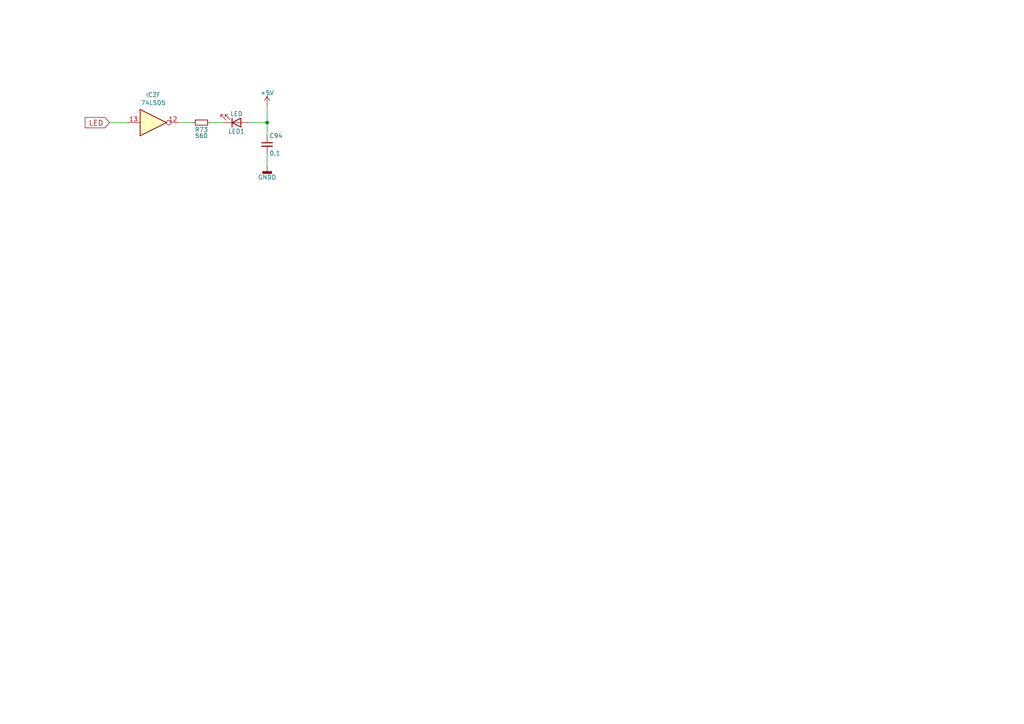
<source format=kicad_sch>
(kicad_sch (version 20211123) (generator eeschema)

  (uuid a3c7a0be-f018-44c9-b3c2-73fbc0d13b4a)

  (paper "A4")

  (title_block
    (title "LAPC-I Clone")
  )

  (lib_symbols
    (symbol "74xx:74LS05" (pin_names (offset 1.016)) (in_bom yes) (on_board yes)
      (property "Reference" "U" (id 0) (at 0 1.27 0)
        (effects (font (size 1.27 1.27)))
      )
      (property "Value" "74LS05" (id 1) (at 0 -1.27 0)
        (effects (font (size 1.27 1.27)))
      )
      (property "Footprint" "" (id 2) (at 0 0 0)
        (effects (font (size 1.27 1.27)) hide)
      )
      (property "Datasheet" "http://www.ti.com/lit/gpn/sn74LS05" (id 3) (at 0 0 0)
        (effects (font (size 1.27 1.27)) hide)
      )
      (property "ki_locked" "" (id 4) (at 0 0 0)
        (effects (font (size 1.27 1.27)))
      )
      (property "ki_keywords" "TTL not inv OpenCol" (id 5) (at 0 0 0)
        (effects (font (size 1.27 1.27)) hide)
      )
      (property "ki_description" "Inverter Open Collect" (id 6) (at 0 0 0)
        (effects (font (size 1.27 1.27)) hide)
      )
      (property "ki_fp_filters" "DIP*W7.62mm*" (id 7) (at 0 0 0)
        (effects (font (size 1.27 1.27)) hide)
      )
      (symbol "74LS05_1_0"
        (polyline
          (pts
            (xy -3.81 3.81)
            (xy -3.81 -3.81)
            (xy 3.81 0)
            (xy -3.81 3.81)
          )
          (stroke (width 0.254) (type default) (color 0 0 0 0))
          (fill (type background))
        )
        (pin input line (at -7.62 0 0) (length 3.81)
          (name "~" (effects (font (size 1.27 1.27))))
          (number "1" (effects (font (size 1.27 1.27))))
        )
        (pin open_collector inverted (at 7.62 0 180) (length 3.81)
          (name "~" (effects (font (size 1.27 1.27))))
          (number "2" (effects (font (size 1.27 1.27))))
        )
      )
      (symbol "74LS05_2_0"
        (polyline
          (pts
            (xy -3.81 3.81)
            (xy -3.81 -3.81)
            (xy 3.81 0)
            (xy -3.81 3.81)
          )
          (stroke (width 0.254) (type default) (color 0 0 0 0))
          (fill (type background))
        )
        (pin input line (at -7.62 0 0) (length 3.81)
          (name "~" (effects (font (size 1.27 1.27))))
          (number "3" (effects (font (size 1.27 1.27))))
        )
        (pin open_collector inverted (at 7.62 0 180) (length 3.81)
          (name "~" (effects (font (size 1.27 1.27))))
          (number "4" (effects (font (size 1.27 1.27))))
        )
      )
      (symbol "74LS05_3_0"
        (polyline
          (pts
            (xy -3.81 3.81)
            (xy -3.81 -3.81)
            (xy 3.81 0)
            (xy -3.81 3.81)
          )
          (stroke (width 0.254) (type default) (color 0 0 0 0))
          (fill (type background))
        )
        (pin input line (at -7.62 0 0) (length 3.81)
          (name "~" (effects (font (size 1.27 1.27))))
          (number "5" (effects (font (size 1.27 1.27))))
        )
        (pin open_collector inverted (at 7.62 0 180) (length 3.81)
          (name "~" (effects (font (size 1.27 1.27))))
          (number "6" (effects (font (size 1.27 1.27))))
        )
      )
      (symbol "74LS05_4_0"
        (polyline
          (pts
            (xy -3.81 3.81)
            (xy -3.81 -3.81)
            (xy 3.81 0)
            (xy -3.81 3.81)
          )
          (stroke (width 0.254) (type default) (color 0 0 0 0))
          (fill (type background))
        )
        (pin open_collector inverted (at 7.62 0 180) (length 3.81)
          (name "~" (effects (font (size 1.27 1.27))))
          (number "8" (effects (font (size 1.27 1.27))))
        )
        (pin input line (at -7.62 0 0) (length 3.81)
          (name "~" (effects (font (size 1.27 1.27))))
          (number "9" (effects (font (size 1.27 1.27))))
        )
      )
      (symbol "74LS05_5_0"
        (polyline
          (pts
            (xy -3.81 3.81)
            (xy -3.81 -3.81)
            (xy 3.81 0)
            (xy -3.81 3.81)
          )
          (stroke (width 0.254) (type default) (color 0 0 0 0))
          (fill (type background))
        )
        (pin open_collector inverted (at 7.62 0 180) (length 3.81)
          (name "~" (effects (font (size 1.27 1.27))))
          (number "10" (effects (font (size 1.27 1.27))))
        )
        (pin input line (at -7.62 0 0) (length 3.81)
          (name "~" (effects (font (size 1.27 1.27))))
          (number "11" (effects (font (size 1.27 1.27))))
        )
      )
      (symbol "74LS05_6_0"
        (polyline
          (pts
            (xy -3.81 3.81)
            (xy -3.81 -3.81)
            (xy 3.81 0)
            (xy -3.81 3.81)
          )
          (stroke (width 0.254) (type default) (color 0 0 0 0))
          (fill (type background))
        )
        (pin open_collector inverted (at 7.62 0 180) (length 3.81)
          (name "~" (effects (font (size 1.27 1.27))))
          (number "12" (effects (font (size 1.27 1.27))))
        )
        (pin input line (at -7.62 0 0) (length 3.81)
          (name "~" (effects (font (size 1.27 1.27))))
          (number "13" (effects (font (size 1.27 1.27))))
        )
      )
      (symbol "74LS05_7_0"
        (pin power_in line (at 0 12.7 270) (length 5.08)
          (name "VCC" (effects (font (size 1.27 1.27))))
          (number "14" (effects (font (size 1.27 1.27))))
        )
        (pin power_in line (at 0 -12.7 90) (length 5.08)
          (name "GND" (effects (font (size 1.27 1.27))))
          (number "7" (effects (font (size 1.27 1.27))))
        )
      )
      (symbol "74LS05_7_1"
        (rectangle (start -5.08 7.62) (end 5.08 -7.62)
          (stroke (width 0.254) (type default) (color 0 0 0 0))
          (fill (type background))
        )
      )
    )
    (symbol "Device:C_Small" (pin_numbers hide) (pin_names (offset 0.254) hide) (in_bom yes) (on_board yes)
      (property "Reference" "C" (id 0) (at 0.254 1.778 0)
        (effects (font (size 1.27 1.27)) (justify left))
      )
      (property "Value" "C_Small" (id 1) (at 0.254 -2.032 0)
        (effects (font (size 1.27 1.27)) (justify left))
      )
      (property "Footprint" "" (id 2) (at 0 0 0)
        (effects (font (size 1.27 1.27)) hide)
      )
      (property "Datasheet" "~" (id 3) (at 0 0 0)
        (effects (font (size 1.27 1.27)) hide)
      )
      (property "ki_keywords" "capacitor cap" (id 4) (at 0 0 0)
        (effects (font (size 1.27 1.27)) hide)
      )
      (property "ki_description" "Unpolarized capacitor, small symbol" (id 5) (at 0 0 0)
        (effects (font (size 1.27 1.27)) hide)
      )
      (property "ki_fp_filters" "C_*" (id 6) (at 0 0 0)
        (effects (font (size 1.27 1.27)) hide)
      )
      (symbol "C_Small_0_1"
        (polyline
          (pts
            (xy -1.524 -0.508)
            (xy 1.524 -0.508)
          )
          (stroke (width 0.3302) (type default) (color 0 0 0 0))
          (fill (type none))
        )
        (polyline
          (pts
            (xy -1.524 0.508)
            (xy 1.524 0.508)
          )
          (stroke (width 0.3048) (type default) (color 0 0 0 0))
          (fill (type none))
        )
      )
      (symbol "C_Small_1_1"
        (pin passive line (at 0 2.54 270) (length 2.032)
          (name "~" (effects (font (size 1.27 1.27))))
          (number "1" (effects (font (size 1.27 1.27))))
        )
        (pin passive line (at 0 -2.54 90) (length 2.032)
          (name "~" (effects (font (size 1.27 1.27))))
          (number "2" (effects (font (size 1.27 1.27))))
        )
      )
    )
    (symbol "Device:LED" (pin_numbers hide) (pin_names (offset 1.016) hide) (in_bom yes) (on_board yes)
      (property "Reference" "D" (id 0) (at 0 2.54 0)
        (effects (font (size 1.27 1.27)))
      )
      (property "Value" "LED" (id 1) (at 0 -2.54 0)
        (effects (font (size 1.27 1.27)))
      )
      (property "Footprint" "" (id 2) (at 0 0 0)
        (effects (font (size 1.27 1.27)) hide)
      )
      (property "Datasheet" "~" (id 3) (at 0 0 0)
        (effects (font (size 1.27 1.27)) hide)
      )
      (property "ki_keywords" "LED diode" (id 4) (at 0 0 0)
        (effects (font (size 1.27 1.27)) hide)
      )
      (property "ki_description" "Light emitting diode" (id 5) (at 0 0 0)
        (effects (font (size 1.27 1.27)) hide)
      )
      (property "ki_fp_filters" "LED* LED_SMD:* LED_THT:*" (id 6) (at 0 0 0)
        (effects (font (size 1.27 1.27)) hide)
      )
      (symbol "LED_0_1"
        (polyline
          (pts
            (xy -1.27 -1.27)
            (xy -1.27 1.27)
          )
          (stroke (width 0.254) (type default) (color 0 0 0 0))
          (fill (type none))
        )
        (polyline
          (pts
            (xy -1.27 0)
            (xy 1.27 0)
          )
          (stroke (width 0) (type default) (color 0 0 0 0))
          (fill (type none))
        )
        (polyline
          (pts
            (xy 1.27 -1.27)
            (xy 1.27 1.27)
            (xy -1.27 0)
            (xy 1.27 -1.27)
          )
          (stroke (width 0.254) (type default) (color 0 0 0 0))
          (fill (type none))
        )
        (polyline
          (pts
            (xy -3.048 -0.762)
            (xy -4.572 -2.286)
            (xy -3.81 -2.286)
            (xy -4.572 -2.286)
            (xy -4.572 -1.524)
          )
          (stroke (width 0) (type default) (color 0 0 0 0))
          (fill (type none))
        )
        (polyline
          (pts
            (xy -1.778 -0.762)
            (xy -3.302 -2.286)
            (xy -2.54 -2.286)
            (xy -3.302 -2.286)
            (xy -3.302 -1.524)
          )
          (stroke (width 0) (type default) (color 0 0 0 0))
          (fill (type none))
        )
      )
      (symbol "LED_1_1"
        (pin passive line (at -3.81 0 0) (length 2.54)
          (name "K" (effects (font (size 1.27 1.27))))
          (number "1" (effects (font (size 1.27 1.27))))
        )
        (pin passive line (at 3.81 0 180) (length 2.54)
          (name "A" (effects (font (size 1.27 1.27))))
          (number "2" (effects (font (size 1.27 1.27))))
        )
      )
    )
    (symbol "Device:R_Small" (pin_numbers hide) (pin_names (offset 0.254) hide) (in_bom yes) (on_board yes)
      (property "Reference" "R" (id 0) (at 0.762 0.508 0)
        (effects (font (size 1.27 1.27)) (justify left))
      )
      (property "Value" "R_Small" (id 1) (at 0.762 -1.016 0)
        (effects (font (size 1.27 1.27)) (justify left))
      )
      (property "Footprint" "" (id 2) (at 0 0 0)
        (effects (font (size 1.27 1.27)) hide)
      )
      (property "Datasheet" "~" (id 3) (at 0 0 0)
        (effects (font (size 1.27 1.27)) hide)
      )
      (property "ki_keywords" "R resistor" (id 4) (at 0 0 0)
        (effects (font (size 1.27 1.27)) hide)
      )
      (property "ki_description" "Resistor, small symbol" (id 5) (at 0 0 0)
        (effects (font (size 1.27 1.27)) hide)
      )
      (property "ki_fp_filters" "R_*" (id 6) (at 0 0 0)
        (effects (font (size 1.27 1.27)) hide)
      )
      (symbol "R_Small_0_1"
        (rectangle (start -0.762 1.778) (end 0.762 -1.778)
          (stroke (width 0.2032) (type default) (color 0 0 0 0))
          (fill (type none))
        )
      )
      (symbol "R_Small_1_1"
        (pin passive line (at 0 2.54 270) (length 0.762)
          (name "~" (effects (font (size 1.27 1.27))))
          (number "1" (effects (font (size 1.27 1.27))))
        )
        (pin passive line (at 0 -2.54 90) (length 0.762)
          (name "~" (effects (font (size 1.27 1.27))))
          (number "2" (effects (font (size 1.27 1.27))))
        )
      )
    )
    (symbol "power:+5V" (power) (pin_names (offset 0)) (in_bom yes) (on_board yes)
      (property "Reference" "#PWR" (id 0) (at 0 -3.81 0)
        (effects (font (size 1.27 1.27)) hide)
      )
      (property "Value" "+5V" (id 1) (at 0 3.556 0)
        (effects (font (size 1.27 1.27)))
      )
      (property "Footprint" "" (id 2) (at 0 0 0)
        (effects (font (size 1.27 1.27)) hide)
      )
      (property "Datasheet" "" (id 3) (at 0 0 0)
        (effects (font (size 1.27 1.27)) hide)
      )
      (property "ki_keywords" "power-flag" (id 4) (at 0 0 0)
        (effects (font (size 1.27 1.27)) hide)
      )
      (property "ki_description" "Power symbol creates a global label with name \"+5V\"" (id 5) (at 0 0 0)
        (effects (font (size 1.27 1.27)) hide)
      )
      (symbol "+5V_0_1"
        (polyline
          (pts
            (xy -0.762 1.27)
            (xy 0 2.54)
          )
          (stroke (width 0) (type default) (color 0 0 0 0))
          (fill (type none))
        )
        (polyline
          (pts
            (xy 0 0)
            (xy 0 2.54)
          )
          (stroke (width 0) (type default) (color 0 0 0 0))
          (fill (type none))
        )
        (polyline
          (pts
            (xy 0 2.54)
            (xy 0.762 1.27)
          )
          (stroke (width 0) (type default) (color 0 0 0 0))
          (fill (type none))
        )
      )
      (symbol "+5V_1_1"
        (pin power_in line (at 0 0 90) (length 0) hide
          (name "+5V" (effects (font (size 1.27 1.27))))
          (number "1" (effects (font (size 1.27 1.27))))
        )
      )
    )
    (symbol "power:GNDD" (power) (pin_names (offset 0)) (in_bom yes) (on_board yes)
      (property "Reference" "#PWR" (id 0) (at 0 -6.35 0)
        (effects (font (size 1.27 1.27)) hide)
      )
      (property "Value" "GNDD" (id 1) (at 0 -3.175 0)
        (effects (font (size 1.27 1.27)))
      )
      (property "Footprint" "" (id 2) (at 0 0 0)
        (effects (font (size 1.27 1.27)) hide)
      )
      (property "Datasheet" "" (id 3) (at 0 0 0)
        (effects (font (size 1.27 1.27)) hide)
      )
      (property "ki_keywords" "power-flag" (id 4) (at 0 0 0)
        (effects (font (size 1.27 1.27)) hide)
      )
      (property "ki_description" "Power symbol creates a global label with name \"GNDD\" , digital ground" (id 5) (at 0 0 0)
        (effects (font (size 1.27 1.27)) hide)
      )
      (symbol "GNDD_0_1"
        (rectangle (start -1.27 -1.524) (end 1.27 -2.032)
          (stroke (width 0.254) (type default) (color 0 0 0 0))
          (fill (type outline))
        )
        (polyline
          (pts
            (xy 0 0)
            (xy 0 -1.524)
          )
          (stroke (width 0) (type default) (color 0 0 0 0))
          (fill (type none))
        )
      )
      (symbol "GNDD_1_1"
        (pin power_in line (at 0 0 270) (length 0) hide
          (name "GNDD" (effects (font (size 1.27 1.27))))
          (number "1" (effects (font (size 1.27 1.27))))
        )
      )
    )
  )

  (junction (at 77.47 35.56) (diameter 0) (color 0 0 0 0)
    (uuid b52fd3a8-77a9-486e-9d72-e8640bb775c2)
  )

  (wire (pts (xy 77.47 30.48) (xy 77.47 35.56))
    (stroke (width 0) (type default) (color 0 0 0 0))
    (uuid 21b4b02d-73c0-4ae0-b147-e60dae395da4)
  )
  (wire (pts (xy 77.47 35.56) (xy 77.47 39.37))
    (stroke (width 0) (type default) (color 0 0 0 0))
    (uuid 45a58a3c-0ae3-4319-9136-f718ae1af278)
  )
  (wire (pts (xy 60.96 35.56) (xy 64.77 35.56))
    (stroke (width 0) (type default) (color 0 0 0 0))
    (uuid 68d357fe-ef13-4a8c-b5b7-37c38f47c25e)
  )
  (wire (pts (xy 52.07 35.56) (xy 55.88 35.56))
    (stroke (width 0) (type default) (color 0 0 0 0))
    (uuid 79554df7-9d43-44f1-8fa6-0ceeb5d746bd)
  )
  (wire (pts (xy 31.75 35.56) (xy 36.83 35.56))
    (stroke (width 0) (type default) (color 0 0 0 0))
    (uuid 7e56433f-8047-4182-a23d-dde6a3760eda)
  )
  (wire (pts (xy 72.39 35.56) (xy 77.47 35.56))
    (stroke (width 0) (type default) (color 0 0 0 0))
    (uuid c14e0e25-addb-4acf-be94-fc826be74200)
  )
  (wire (pts (xy 77.47 44.45) (xy 77.47 48.26))
    (stroke (width 0) (type default) (color 0 0 0 0))
    (uuid fe6381fb-e684-46de-8891-ee7b19da70c7)
  )

  (global_label "LED" (shape input) (at 31.75 35.56 180) (fields_autoplaced)
    (effects (font (size 1.524 1.524)) (justify right))
    (uuid c2b59e2d-0fe7-43e7-af54-44a53e27c754)
    (property "Intersheet References" "${INTERSHEET_REFS}" (id 0) (at 0 0 0)
      (effects (font (size 1.27 1.27)) hide)
    )
  )

  (symbol (lib_id "Device:LED") (at 68.58 35.56 0) (mirror x) (unit 1)
    (in_bom yes) (on_board yes)
    (uuid 00000000-0000-0000-0000-00005b431ed0)
    (property "Reference" "LED1" (id 0) (at 68.58 38.1 0))
    (property "Value" "LED" (id 1) (at 68.58 33.02 0))
    (property "Footprint" "LED_THT:LED_D5.0mm" (id 2) (at 68.58 35.56 0)
      (effects (font (size 1.27 1.27)) hide)
    )
    (property "Datasheet" "" (id 3) (at 68.58 35.56 0)
      (effects (font (size 1.27 1.27)) hide)
    )
    (pin "1" (uuid d2f4535e-0c6a-4fbf-b5fd-29d59b7a624b))
    (pin "2" (uuid d603280a-3017-4b5d-a909-085173e8fe30))
  )

  (symbol (lib_id "Device:R_Small") (at 58.42 35.56 270) (unit 1)
    (in_bom yes) (on_board yes)
    (uuid 00000000-0000-0000-0000-00005b434bb3)
    (property "Reference" "R73" (id 0) (at 58.42 37.592 90))
    (property "Value" "560" (id 1) (at 58.42 39.37 90))
    (property "Footprint" "Resistor_THT:R_Axial_DIN0207_L6.3mm_D2.5mm_P7.62mm_Horizontal" (id 2) (at 58.42 33.782 90)
      (effects (font (size 1.27 1.27)) hide)
    )
    (property "Datasheet" "" (id 3) (at 58.42 35.56 0)
      (effects (font (size 1.27 1.27)) hide)
    )
    (pin "1" (uuid add89482-b332-4e49-92b5-f7f6d35cd6e2))
    (pin "2" (uuid 2b02dcfa-1064-4ff3-b6ec-fc026e76d0aa))
  )

  (symbol (lib_id "Device:C_Small") (at 77.47 41.91 0) (unit 1)
    (in_bom yes) (on_board yes)
    (uuid 00000000-0000-0000-0000-00005b434d8f)
    (property "Reference" "C94" (id 0) (at 78.105 39.37 0)
      (effects (font (size 1.27 1.27)) (justify left))
    )
    (property "Value" "0.1" (id 1) (at 78.105 44.45 0)
      (effects (font (size 1.27 1.27)) (justify left))
    )
    (property "Footprint" "Capacitor_THT:C_Disc_D6.0mm_W2.5mm_P5.00mm" (id 2) (at 78.4352 45.72 0)
      (effects (font (size 1.27 1.27)) hide)
    )
    (property "Datasheet" "" (id 3) (at 77.47 41.91 0)
      (effects (font (size 1.27 1.27)) hide)
    )
    (pin "1" (uuid ec770057-29ba-410a-9ac9-1ff38a45aa38))
    (pin "2" (uuid cd45f68f-6824-438e-91c5-db06a4a986ef))
  )

  (symbol (lib_id "power:GNDD") (at 77.47 48.26 0) (unit 1)
    (in_bom yes) (on_board yes)
    (uuid 00000000-0000-0000-0000-00005b43541d)
    (property "Reference" "#PWR0237" (id 0) (at 77.47 54.61 0)
      (effects (font (size 1.27 1.27)) hide)
    )
    (property "Value" "GNDD" (id 1) (at 77.47 51.435 0))
    (property "Footprint" "" (id 2) (at 77.47 48.26 0)
      (effects (font (size 1.27 1.27)) hide)
    )
    (property "Datasheet" "" (id 3) (at 77.47 48.26 0)
      (effects (font (size 1.27 1.27)) hide)
    )
    (pin "1" (uuid 701592bf-8595-4a61-8860-22e90406b337))
  )

  (symbol (lib_id "power:+5V") (at 77.47 30.48 0) (unit 1)
    (in_bom yes) (on_board yes)
    (uuid 00000000-0000-0000-0000-00005b4590d3)
    (property "Reference" "#PWR0252" (id 0) (at 77.47 34.29 0)
      (effects (font (size 1.27 1.27)) hide)
    )
    (property "Value" "+5V" (id 1) (at 77.47 26.924 0))
    (property "Footprint" "" (id 2) (at 77.47 30.48 0)
      (effects (font (size 1.27 1.27)) hide)
    )
    (property "Datasheet" "" (id 3) (at 77.47 30.48 0)
      (effects (font (size 1.27 1.27)) hide)
    )
    (pin "1" (uuid 328e2515-4e56-40fa-b869-71d9d148e804))
  )

  (symbol (lib_id "74xx:74LS05") (at 44.45 35.56 0) (unit 6)
    (in_bom yes) (on_board yes)
    (uuid 00000000-0000-0000-0000-000060ae2133)
    (property "Reference" "IC2" (id 0) (at 44.45 27.5082 0))
    (property "Value" "74LS05" (id 1) (at 44.45 29.8196 0))
    (property "Footprint" "Package_DIP:DIP-14_W7.62mm" (id 2) (at 44.45 35.56 0)
      (effects (font (size 1.27 1.27)) hide)
    )
    (property "Datasheet" "http://www.ti.com/lit/gpn/sn74LS05" (id 3) (at 44.45 35.56 0)
      (effects (font (size 1.27 1.27)) hide)
    )
    (pin "12" (uuid 15a6a06d-45e2-4399-a9ed-d094b085d303))
    (pin "13" (uuid 19155113-3137-453b-8475-d432a2190460))
  )
)

</source>
